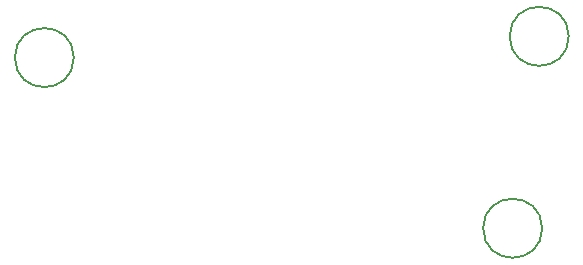
<source format=gbr>
%TF.GenerationSoftware,KiCad,Pcbnew,9.0.3*%
%TF.CreationDate,2025-09-24T14:37:44+05:30*%
%TF.ProjectId,esp_32,6573705f-3332-42e6-9b69-6361645f7063,rev?*%
%TF.SameCoordinates,Original*%
%TF.FileFunction,Other,Comment*%
%FSLAX46Y46*%
G04 Gerber Fmt 4.6, Leading zero omitted, Abs format (unit mm)*
G04 Created by KiCad (PCBNEW 9.0.3) date 2025-09-24 14:37:44*
%MOMM*%
%LPD*%
G01*
G04 APERTURE LIST*
%ADD10C,0.150000*%
G04 APERTURE END LIST*
D10*
%TO.C,REF\u002A\u002A*%
X161900000Y-112950000D02*
G75*
G02*
X156900000Y-112950000I-2500000J0D01*
G01*
X156900000Y-112950000D02*
G75*
G02*
X161900000Y-112950000I2500000J0D01*
G01*
X122250000Y-98500000D02*
G75*
G02*
X117250000Y-98500000I-2500000J0D01*
G01*
X117250000Y-98500000D02*
G75*
G02*
X122250000Y-98500000I2500000J0D01*
G01*
X164150000Y-96700000D02*
G75*
G02*
X159150000Y-96700000I-2500000J0D01*
G01*
X159150000Y-96700000D02*
G75*
G02*
X164150000Y-96700000I2500000J0D01*
G01*
%TD*%
M02*

</source>
